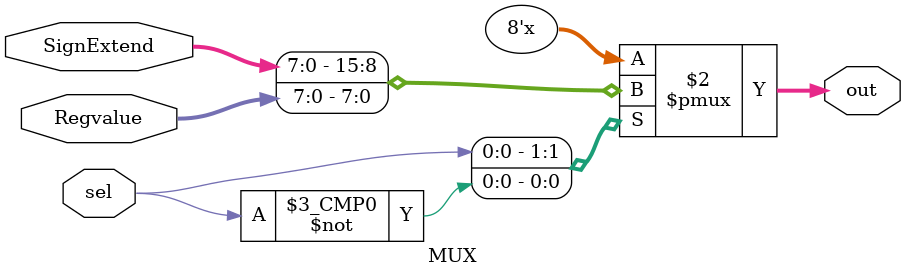
<source format=v>
`timescale 1ns / 1ps

module MUX(Regvalue ,SignExtend ,sel , out);
  input [7:0]Regvalue;
  input [7:0]SignExtend; //establishing x and y are representing the inputs to select from
  input sel; //establishing s represents the input that is the selector for the mux
  output reg [7:0]out; //establishing that the output of the mux will be connected to m
  
  //based on sel value, returns RegisterValue or SignExtend
  always @* begin
      case(sel)
        1'b1 : begin out = SignExtend; end
        1'b0 : begin out = Regvalue; end
      endcase
   end
    
  
  
  endmodule
</source>
